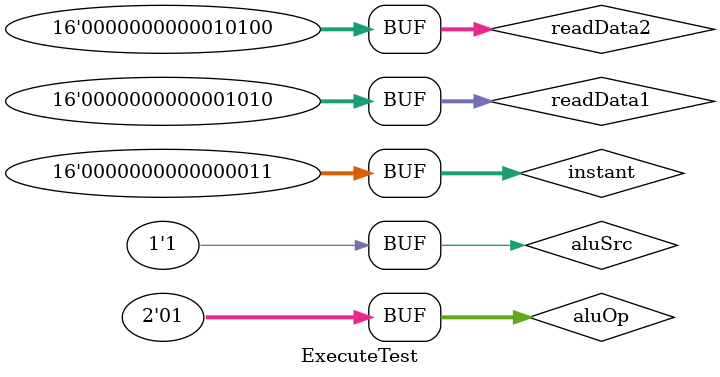
<source format=v>
`timescale 1ns / 1ps


module ExecuteTest;

	// Inputs
	reg [15:0] readData1;
	reg [15:0] readData2;
	reg [15:0] instant;
	reg aluSrc;
	reg [1:0] aluOp;

	// Outputs
	wire [15:0] aluOut;
	wire zero;

	// Instantiate the Unit Under Test (UUT)
	Execute uut (
		.readData1(readData1), 
		.readData2(readData2), 
		.instant(instant), 
		.aluSrc(aluSrc), 
		.aluOp(aluOp), 
		.aluOut(aluOut), 
		.zero(zero)
	);

	initial begin
		// Initialize Inputs
		readData1 = 0;
		readData2 = 0;
		instant = 0;
		aluSrc = 0;
		aluOp = 0;

		// Wait 100 ns for global reset to finish
		#100;
		readData1 = 10;
		readData2 = 20;
		instant = 0;
		aluSrc = 0;
		aluOp = 2'b00;
		
		#100;
		readData1 = 10;
		readData2 = 20;
		instant = 3;
		aluSrc = 1;
		aluOp = 2'b00;
		
		
		#100;
		readData1 = 10;
		readData2 = 20;
		instant = 3;
		aluSrc = 1;
		aluOp = 2'b01;
        
		// Add stimulus here

	end
      
endmodule


</source>
